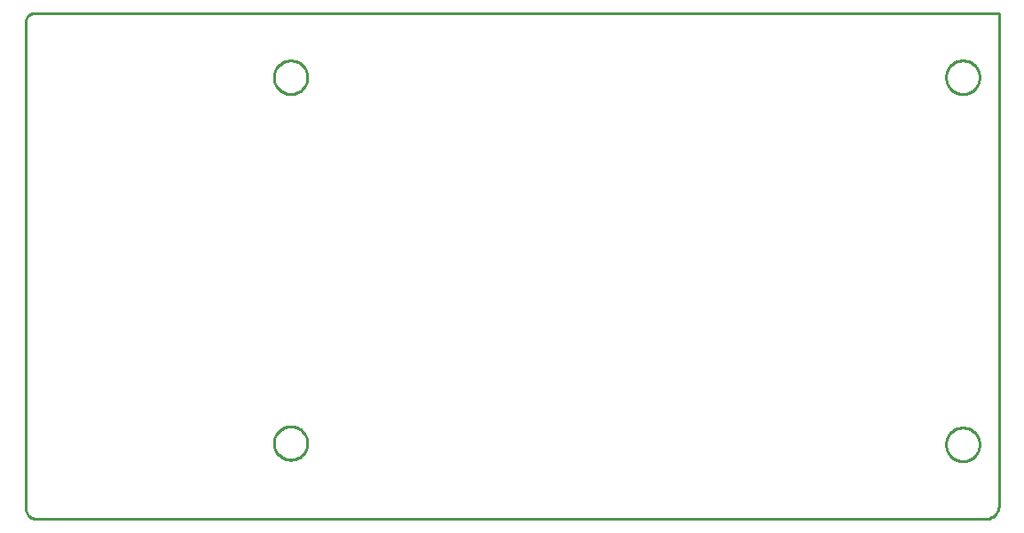
<source format=gbr>
G04 EAGLE Gerber RS-274X export*
G75*
%MOMM*%
%FSLAX34Y34*%
%LPD*%
%IN*%
%IPPOS*%
%AMOC8*
5,1,8,0,0,1.08239X$1,22.5*%
G01*
%ADD10C,0.254000*%


D10*
X0Y48100D02*
X38Y47228D01*
X152Y46364D01*
X341Y45512D01*
X603Y44680D01*
X937Y43874D01*
X1340Y43100D01*
X1808Y42364D01*
X2340Y41672D01*
X2929Y41029D01*
X3572Y40440D01*
X4264Y39908D01*
X5000Y39440D01*
X5774Y39037D01*
X6580Y38703D01*
X7412Y38441D01*
X8264Y38252D01*
X9128Y38138D01*
X10000Y38100D01*
X917100Y38100D01*
X918241Y38316D01*
X919359Y38631D01*
X920445Y39042D01*
X921491Y39546D01*
X922490Y40139D01*
X923432Y40818D01*
X924312Y41575D01*
X925123Y42407D01*
X925858Y43306D01*
X926512Y44266D01*
X927080Y45279D01*
X927557Y46337D01*
X927941Y47434D01*
X928227Y48559D01*
X928414Y49705D01*
X928501Y50863D01*
X928486Y52024D01*
X928370Y53180D01*
X928370Y520700D01*
X7460Y520700D01*
X6757Y520614D01*
X6064Y520467D01*
X5387Y520260D01*
X4730Y519995D01*
X4098Y519673D01*
X3498Y519298D01*
X2932Y518872D01*
X2405Y518398D01*
X1922Y517880D01*
X1486Y517322D01*
X1100Y516728D01*
X767Y516103D01*
X490Y515451D01*
X271Y514777D01*
X111Y514087D01*
X13Y513385D01*
X-25Y512678D01*
X0Y511970D01*
X0Y48100D01*
X268730Y109966D02*
X268662Y108921D01*
X268525Y107882D01*
X268320Y106855D01*
X268049Y105843D01*
X267713Y104851D01*
X267312Y103883D01*
X266848Y102944D01*
X266325Y102036D01*
X265743Y101165D01*
X265105Y100334D01*
X264414Y99547D01*
X263673Y98806D01*
X262886Y98115D01*
X262055Y97478D01*
X261184Y96896D01*
X260276Y96372D01*
X259337Y95908D01*
X258369Y95507D01*
X257377Y95171D01*
X256365Y94900D01*
X255338Y94695D01*
X254299Y94559D01*
X253254Y94490D01*
X252206Y94490D01*
X251161Y94559D01*
X250122Y94695D01*
X249095Y94900D01*
X248083Y95171D01*
X247091Y95507D01*
X246123Y95908D01*
X245184Y96372D01*
X244276Y96896D01*
X243405Y97478D01*
X242574Y98115D01*
X241787Y98806D01*
X241046Y99547D01*
X240355Y100334D01*
X239718Y101165D01*
X239136Y102036D01*
X238612Y102944D01*
X238148Y103883D01*
X237747Y104851D01*
X237411Y105843D01*
X237140Y106855D01*
X236935Y107882D01*
X236799Y108921D01*
X236730Y109966D01*
X236730Y111014D01*
X236799Y112059D01*
X236935Y113098D01*
X237140Y114125D01*
X237411Y115137D01*
X237747Y116129D01*
X238148Y117097D01*
X238612Y118036D01*
X239136Y118944D01*
X239718Y119815D01*
X240355Y120646D01*
X241046Y121433D01*
X241787Y122174D01*
X242574Y122865D01*
X243405Y123503D01*
X244276Y124085D01*
X245184Y124608D01*
X246123Y125072D01*
X247091Y125473D01*
X248083Y125809D01*
X249095Y126080D01*
X250122Y126285D01*
X251161Y126422D01*
X252206Y126490D01*
X253254Y126490D01*
X254299Y126422D01*
X255338Y126285D01*
X256365Y126080D01*
X257377Y125809D01*
X258369Y125473D01*
X259337Y125072D01*
X260276Y124608D01*
X261184Y124085D01*
X262055Y123503D01*
X262886Y122865D01*
X263673Y122174D01*
X264414Y121433D01*
X265105Y120646D01*
X265743Y119815D01*
X266325Y118944D01*
X266848Y118036D01*
X267312Y117097D01*
X267713Y116129D01*
X268049Y115137D01*
X268320Y114125D01*
X268525Y113098D01*
X268662Y112059D01*
X268730Y111014D01*
X268730Y109966D01*
X910080Y108696D02*
X910012Y107651D01*
X909875Y106612D01*
X909670Y105585D01*
X909399Y104573D01*
X909063Y103581D01*
X908662Y102613D01*
X908198Y101674D01*
X907675Y100766D01*
X907093Y99895D01*
X906455Y99064D01*
X905764Y98277D01*
X905023Y97536D01*
X904236Y96845D01*
X903405Y96208D01*
X902534Y95626D01*
X901626Y95102D01*
X900687Y94638D01*
X899719Y94237D01*
X898727Y93901D01*
X897715Y93630D01*
X896688Y93425D01*
X895649Y93289D01*
X894604Y93220D01*
X893556Y93220D01*
X892511Y93289D01*
X891472Y93425D01*
X890445Y93630D01*
X889433Y93901D01*
X888441Y94237D01*
X887473Y94638D01*
X886534Y95102D01*
X885626Y95626D01*
X884755Y96208D01*
X883924Y96845D01*
X883137Y97536D01*
X882396Y98277D01*
X881705Y99064D01*
X881068Y99895D01*
X880486Y100766D01*
X879962Y101674D01*
X879498Y102613D01*
X879097Y103581D01*
X878761Y104573D01*
X878490Y105585D01*
X878285Y106612D01*
X878149Y107651D01*
X878080Y108696D01*
X878080Y109744D01*
X878149Y110789D01*
X878285Y111828D01*
X878490Y112855D01*
X878761Y113867D01*
X879097Y114859D01*
X879498Y115827D01*
X879962Y116766D01*
X880486Y117674D01*
X881068Y118545D01*
X881705Y119376D01*
X882396Y120163D01*
X883137Y120904D01*
X883924Y121595D01*
X884755Y122233D01*
X885626Y122815D01*
X886534Y123338D01*
X887473Y123802D01*
X888441Y124203D01*
X889433Y124539D01*
X890445Y124810D01*
X891472Y125015D01*
X892511Y125152D01*
X893556Y125220D01*
X894604Y125220D01*
X895649Y125152D01*
X896688Y125015D01*
X897715Y124810D01*
X898727Y124539D01*
X899719Y124203D01*
X900687Y123802D01*
X901626Y123338D01*
X902534Y122815D01*
X903405Y122233D01*
X904236Y121595D01*
X905023Y120904D01*
X905764Y120163D01*
X906455Y119376D01*
X907093Y118545D01*
X907675Y117674D01*
X908198Y116766D01*
X908662Y115827D01*
X909063Y114859D01*
X909399Y113867D01*
X909670Y112855D01*
X909875Y111828D01*
X910012Y110789D01*
X910080Y109744D01*
X910080Y108696D01*
X910080Y459216D02*
X910012Y458171D01*
X909875Y457132D01*
X909670Y456105D01*
X909399Y455093D01*
X909063Y454101D01*
X908662Y453133D01*
X908198Y452194D01*
X907675Y451286D01*
X907093Y450415D01*
X906455Y449584D01*
X905764Y448797D01*
X905023Y448056D01*
X904236Y447365D01*
X903405Y446728D01*
X902534Y446146D01*
X901626Y445622D01*
X900687Y445158D01*
X899719Y444757D01*
X898727Y444421D01*
X897715Y444150D01*
X896688Y443945D01*
X895649Y443809D01*
X894604Y443740D01*
X893556Y443740D01*
X892511Y443809D01*
X891472Y443945D01*
X890445Y444150D01*
X889433Y444421D01*
X888441Y444757D01*
X887473Y445158D01*
X886534Y445622D01*
X885626Y446146D01*
X884755Y446728D01*
X883924Y447365D01*
X883137Y448056D01*
X882396Y448797D01*
X881705Y449584D01*
X881068Y450415D01*
X880486Y451286D01*
X879962Y452194D01*
X879498Y453133D01*
X879097Y454101D01*
X878761Y455093D01*
X878490Y456105D01*
X878285Y457132D01*
X878149Y458171D01*
X878080Y459216D01*
X878080Y460264D01*
X878149Y461309D01*
X878285Y462348D01*
X878490Y463375D01*
X878761Y464387D01*
X879097Y465379D01*
X879498Y466347D01*
X879962Y467286D01*
X880486Y468194D01*
X881068Y469065D01*
X881705Y469896D01*
X882396Y470683D01*
X883137Y471424D01*
X883924Y472115D01*
X884755Y472753D01*
X885626Y473335D01*
X886534Y473858D01*
X887473Y474322D01*
X888441Y474723D01*
X889433Y475059D01*
X890445Y475330D01*
X891472Y475535D01*
X892511Y475672D01*
X893556Y475740D01*
X894604Y475740D01*
X895649Y475672D01*
X896688Y475535D01*
X897715Y475330D01*
X898727Y475059D01*
X899719Y474723D01*
X900687Y474322D01*
X901626Y473858D01*
X902534Y473335D01*
X903405Y472753D01*
X904236Y472115D01*
X905023Y471424D01*
X905764Y470683D01*
X906455Y469896D01*
X907093Y469065D01*
X907675Y468194D01*
X908198Y467286D01*
X908662Y466347D01*
X909063Y465379D01*
X909399Y464387D01*
X909670Y463375D01*
X909875Y462348D01*
X910012Y461309D01*
X910080Y460264D01*
X910080Y459216D01*
X268730Y459216D02*
X268662Y458171D01*
X268525Y457132D01*
X268320Y456105D01*
X268049Y455093D01*
X267713Y454101D01*
X267312Y453133D01*
X266848Y452194D01*
X266325Y451286D01*
X265743Y450415D01*
X265105Y449584D01*
X264414Y448797D01*
X263673Y448056D01*
X262886Y447365D01*
X262055Y446728D01*
X261184Y446146D01*
X260276Y445622D01*
X259337Y445158D01*
X258369Y444757D01*
X257377Y444421D01*
X256365Y444150D01*
X255338Y443945D01*
X254299Y443809D01*
X253254Y443740D01*
X252206Y443740D01*
X251161Y443809D01*
X250122Y443945D01*
X249095Y444150D01*
X248083Y444421D01*
X247091Y444757D01*
X246123Y445158D01*
X245184Y445622D01*
X244276Y446146D01*
X243405Y446728D01*
X242574Y447365D01*
X241787Y448056D01*
X241046Y448797D01*
X240355Y449584D01*
X239718Y450415D01*
X239136Y451286D01*
X238612Y452194D01*
X238148Y453133D01*
X237747Y454101D01*
X237411Y455093D01*
X237140Y456105D01*
X236935Y457132D01*
X236799Y458171D01*
X236730Y459216D01*
X236730Y460264D01*
X236799Y461309D01*
X236935Y462348D01*
X237140Y463375D01*
X237411Y464387D01*
X237747Y465379D01*
X238148Y466347D01*
X238612Y467286D01*
X239136Y468194D01*
X239718Y469065D01*
X240355Y469896D01*
X241046Y470683D01*
X241787Y471424D01*
X242574Y472115D01*
X243405Y472753D01*
X244276Y473335D01*
X245184Y473858D01*
X246123Y474322D01*
X247091Y474723D01*
X248083Y475059D01*
X249095Y475330D01*
X250122Y475535D01*
X251161Y475672D01*
X252206Y475740D01*
X253254Y475740D01*
X254299Y475672D01*
X255338Y475535D01*
X256365Y475330D01*
X257377Y475059D01*
X258369Y474723D01*
X259337Y474322D01*
X260276Y473858D01*
X261184Y473335D01*
X262055Y472753D01*
X262886Y472115D01*
X263673Y471424D01*
X264414Y470683D01*
X265105Y469896D01*
X265743Y469065D01*
X266325Y468194D01*
X266848Y467286D01*
X267312Y466347D01*
X267713Y465379D01*
X268049Y464387D01*
X268320Y463375D01*
X268525Y462348D01*
X268662Y461309D01*
X268730Y460264D01*
X268730Y459216D01*
M02*

</source>
